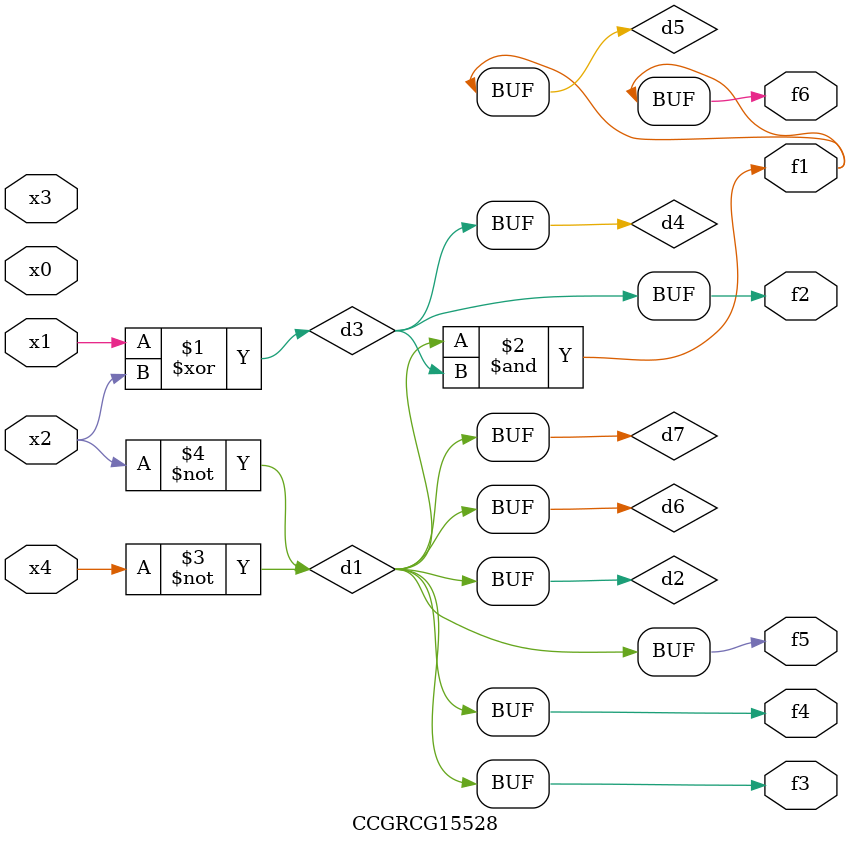
<source format=v>
module CCGRCG15528(
	input x0, x1, x2, x3, x4,
	output f1, f2, f3, f4, f5, f6
);

	wire d1, d2, d3, d4, d5, d6, d7;

	not (d1, x4);
	not (d2, x2);
	xor (d3, x1, x2);
	buf (d4, d3);
	and (d5, d1, d3);
	buf (d6, d1, d2);
	buf (d7, d2);
	assign f1 = d5;
	assign f2 = d4;
	assign f3 = d7;
	assign f4 = d7;
	assign f5 = d7;
	assign f6 = d5;
endmodule

</source>
